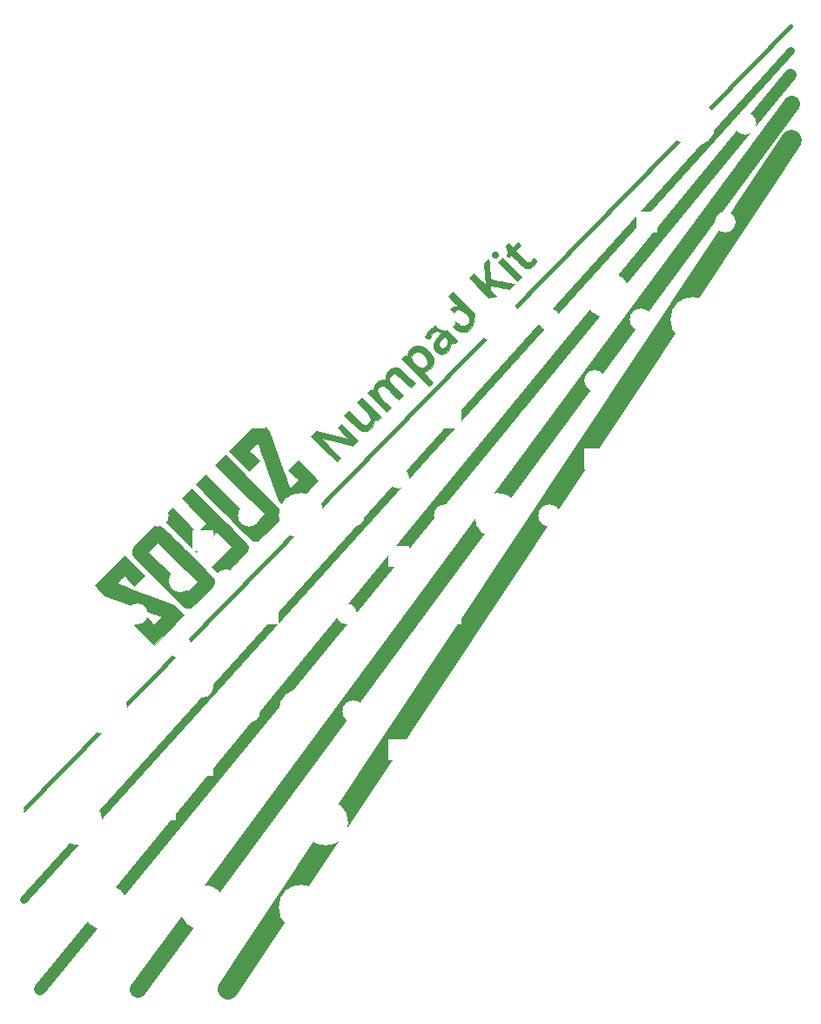
<source format=gto>
G04 #@! TF.GenerationSoftware,KiCad,Pcbnew,(5.0.0)*
G04 #@! TF.CreationDate,2019-01-13T17:47:14-08:00*
G04 #@! TF.ProjectId,Soyuz,536F79757A2E6B696361645F70636200,rev?*
G04 #@! TF.SameCoordinates,Original*
G04 #@! TF.FileFunction,Legend,Top*
G04 #@! TF.FilePolarity,Positive*
%FSLAX46Y46*%
G04 Gerber Fmt 4.6, Leading zero omitted, Abs format (unit mm)*
G04 Created by KiCad (PCBNEW (5.0.0)) date 01/13/19 17:47:14*
%MOMM*%
%LPD*%
G01*
G04 APERTURE LIST*
%ADD10C,2.000000*%
%ADD11C,1.600000*%
%ADD12C,1.200000*%
%ADD13C,0.800000*%
%ADD14C,0.400000*%
%ADD15C,0.010000*%
%ADD16O,2.000000X2.000000*%
%ADD17R,2.000000X2.000000*%
%ADD18C,2.000000*%
%ADD19C,4.387800*%
%ADD20C,2.150000*%
%ADD21C,3.448000*%
%ADD22C,2.200000*%
%ADD23C,1.187400*%
G04 APERTURE END LIST*
D10*
X51593750Y-123825000D02*
X106426000Y-41275000D01*
D11*
X106426000Y-37719000D02*
X42862500Y-123825000D01*
D12*
X33337500Y-123825000D02*
X106362500Y-34925000D01*
D13*
X31750000Y-115093750D02*
X106362500Y-32543750D01*
D14*
X31750000Y-106362500D02*
X106362500Y-30162500D01*
D15*
G04 #@! TO.C,G\002A\002A\002A*
G36*
X77525208Y-52101227D02*
X77679295Y-52126375D01*
X77798963Y-52207513D01*
X77883097Y-52350616D01*
X77878639Y-52500648D01*
X77793062Y-52631464D01*
X77655243Y-52710372D01*
X77509489Y-52711352D01*
X77372992Y-52637054D01*
X77277569Y-52511262D01*
X77252418Y-52409229D01*
X77285520Y-52252341D01*
X77385200Y-52146444D01*
X77525208Y-52101227D01*
X77525208Y-52101227D01*
G37*
X77525208Y-52101227D02*
X77679295Y-52126375D01*
X77798963Y-52207513D01*
X77883097Y-52350616D01*
X77878639Y-52500648D01*
X77793062Y-52631464D01*
X77655243Y-52710372D01*
X77509489Y-52711352D01*
X77372992Y-52637054D01*
X77277569Y-52511262D01*
X77252418Y-52409229D01*
X77285520Y-52252341D01*
X77385200Y-52146444D01*
X77525208Y-52101227D01*
G36*
X80144380Y-54552931D02*
X79713328Y-54983983D01*
X77845434Y-53116090D01*
X78276487Y-52685037D01*
X80144380Y-54552931D01*
X80144380Y-54552931D01*
G37*
X80144380Y-54552931D02*
X79713328Y-54983983D01*
X77845434Y-53116090D01*
X78276487Y-52685037D01*
X80144380Y-54552931D01*
G36*
X76083927Y-54786864D02*
X76659111Y-55342263D01*
X76573883Y-54296908D01*
X76488656Y-53251553D01*
X76722431Y-53017778D01*
X76847861Y-52895298D01*
X76919610Y-52838022D01*
X76954275Y-52837779D01*
X76968454Y-52886400D01*
X76969680Y-52896078D01*
X76977929Y-52982192D01*
X76992333Y-53150522D01*
X77011321Y-53381978D01*
X77033322Y-53657472D01*
X77051695Y-53892351D01*
X77080204Y-54211812D01*
X77111252Y-54475382D01*
X77142920Y-54670317D01*
X77173286Y-54783868D01*
X77189520Y-54807405D01*
X77258077Y-54825235D01*
X77411148Y-54857860D01*
X77633234Y-54902210D01*
X77908831Y-54955219D01*
X78222438Y-55013816D01*
X78358438Y-55038750D01*
X79458071Y-55239240D01*
X78967823Y-55729488D01*
X78056895Y-55563778D01*
X77765823Y-55512170D01*
X77510742Y-55469499D01*
X77307818Y-55438258D01*
X77173222Y-55420945D01*
X77123374Y-55419668D01*
X77102529Y-55480004D01*
X77082127Y-55597892D01*
X77080583Y-55610364D01*
X77074688Y-55681868D01*
X77083860Y-55743809D01*
X77119162Y-55811971D01*
X77191658Y-55902131D01*
X77312414Y-56030067D01*
X77492493Y-56211561D01*
X77524752Y-56243826D01*
X77989118Y-56708192D01*
X77558066Y-57139244D01*
X75079515Y-54660694D01*
X75508743Y-54231466D01*
X76083927Y-54786864D01*
X76083927Y-54786864D01*
G37*
X76083927Y-54786864D02*
X76659111Y-55342263D01*
X76573883Y-54296908D01*
X76488656Y-53251553D01*
X76722431Y-53017778D01*
X76847861Y-52895298D01*
X76919610Y-52838022D01*
X76954275Y-52837779D01*
X76968454Y-52886400D01*
X76969680Y-52896078D01*
X76977929Y-52982192D01*
X76992333Y-53150522D01*
X77011321Y-53381978D01*
X77033322Y-53657472D01*
X77051695Y-53892351D01*
X77080204Y-54211812D01*
X77111252Y-54475382D01*
X77142920Y-54670317D01*
X77173286Y-54783868D01*
X77189520Y-54807405D01*
X77258077Y-54825235D01*
X77411148Y-54857860D01*
X77633234Y-54902210D01*
X77908831Y-54955219D01*
X78222438Y-55013816D01*
X78358438Y-55038750D01*
X79458071Y-55239240D01*
X78967823Y-55729488D01*
X78056895Y-55563778D01*
X77765823Y-55512170D01*
X77510742Y-55469499D01*
X77307818Y-55438258D01*
X77173222Y-55420945D01*
X77123374Y-55419668D01*
X77102529Y-55480004D01*
X77082127Y-55597892D01*
X77080583Y-55610364D01*
X77074688Y-55681868D01*
X77083860Y-55743809D01*
X77119162Y-55811971D01*
X77191658Y-55902131D01*
X77312414Y-56030067D01*
X77492493Y-56211561D01*
X77524752Y-56243826D01*
X77989118Y-56708192D01*
X77558066Y-57139244D01*
X75079515Y-54660694D01*
X75508743Y-54231466D01*
X76083927Y-54786864D01*
G36*
X66368627Y-64603470D02*
X66630074Y-64524900D01*
X66757441Y-64519135D01*
X66939950Y-64526515D01*
X66946493Y-64313056D01*
X66997832Y-64039860D01*
X67123192Y-63794961D01*
X67305603Y-63591817D01*
X67528097Y-63443888D01*
X67773700Y-63364634D01*
X68025446Y-63367514D01*
X68110413Y-63389926D01*
X68192712Y-63422476D01*
X68277736Y-63469723D01*
X68377738Y-63541757D01*
X68504977Y-63648665D01*
X68671707Y-63800534D01*
X68890184Y-64007453D01*
X69066009Y-64176501D01*
X69806501Y-64890810D01*
X69372341Y-65324969D01*
X68664443Y-64639301D01*
X68391372Y-64376617D01*
X68178637Y-64180225D01*
X68014353Y-64044953D01*
X67886636Y-63965631D01*
X67783605Y-63937088D01*
X67693371Y-63954152D01*
X67604055Y-64011653D01*
X67503771Y-64104419D01*
X67482912Y-64125190D01*
X67363785Y-64260440D01*
X67310282Y-64373254D01*
X67302288Y-64467459D01*
X67314970Y-64587772D01*
X67351106Y-64703362D01*
X67420288Y-64827875D01*
X67532110Y-64974957D01*
X67696164Y-65158257D01*
X67922045Y-65391420D01*
X68023373Y-65493221D01*
X68613731Y-66083580D01*
X68182679Y-66514632D01*
X67502182Y-65834135D01*
X67264319Y-65596965D01*
X67085893Y-65422167D01*
X66954803Y-65299969D01*
X66858946Y-65220599D01*
X66786220Y-65174285D01*
X66724526Y-65151253D01*
X66661761Y-65141733D01*
X66642853Y-65140195D01*
X66499637Y-65149648D01*
X66380655Y-65217621D01*
X66317177Y-65277704D01*
X66199217Y-65414490D01*
X66129519Y-65543278D01*
X66112288Y-65675595D01*
X66151727Y-65822968D01*
X66252040Y-65996925D01*
X66417431Y-66208994D01*
X66652105Y-66470702D01*
X66815081Y-66642954D01*
X67421228Y-67276083D01*
X67033206Y-67664105D01*
X65165313Y-65796211D01*
X65325330Y-65636194D01*
X65428784Y-65540249D01*
X65500484Y-65511003D01*
X65577945Y-65540830D01*
X65629025Y-65574464D01*
X65772704Y-65672750D01*
X65772703Y-65498674D01*
X65818800Y-65222951D01*
X65945288Y-64970103D01*
X66134464Y-64757741D01*
X66368627Y-64603470D01*
X66368627Y-64603470D01*
G37*
X66368627Y-64603470D02*
X66630074Y-64524900D01*
X66757441Y-64519135D01*
X66939950Y-64526515D01*
X66946493Y-64313056D01*
X66997832Y-64039860D01*
X67123192Y-63794961D01*
X67305603Y-63591817D01*
X67528097Y-63443888D01*
X67773700Y-63364634D01*
X68025446Y-63367514D01*
X68110413Y-63389926D01*
X68192712Y-63422476D01*
X68277736Y-63469723D01*
X68377738Y-63541757D01*
X68504977Y-63648665D01*
X68671707Y-63800534D01*
X68890184Y-64007453D01*
X69066009Y-64176501D01*
X69806501Y-64890810D01*
X69372341Y-65324969D01*
X68664443Y-64639301D01*
X68391372Y-64376617D01*
X68178637Y-64180225D01*
X68014353Y-64044953D01*
X67886636Y-63965631D01*
X67783605Y-63937088D01*
X67693371Y-63954152D01*
X67604055Y-64011653D01*
X67503771Y-64104419D01*
X67482912Y-64125190D01*
X67363785Y-64260440D01*
X67310282Y-64373254D01*
X67302288Y-64467459D01*
X67314970Y-64587772D01*
X67351106Y-64703362D01*
X67420288Y-64827875D01*
X67532110Y-64974957D01*
X67696164Y-65158257D01*
X67922045Y-65391420D01*
X68023373Y-65493221D01*
X68613731Y-66083580D01*
X68182679Y-66514632D01*
X67502182Y-65834135D01*
X67264319Y-65596965D01*
X67085893Y-65422167D01*
X66954803Y-65299969D01*
X66858946Y-65220599D01*
X66786220Y-65174285D01*
X66724526Y-65151253D01*
X66661761Y-65141733D01*
X66642853Y-65140195D01*
X66499637Y-65149648D01*
X66380655Y-65217621D01*
X66317177Y-65277704D01*
X66199217Y-65414490D01*
X66129519Y-65543278D01*
X66112288Y-65675595D01*
X66151727Y-65822968D01*
X66252040Y-65996925D01*
X66417431Y-66208994D01*
X66652105Y-66470702D01*
X66815081Y-66642954D01*
X67421228Y-67276083D01*
X67033206Y-67664105D01*
X65165313Y-65796211D01*
X65325330Y-65636194D01*
X65428784Y-65540249D01*
X65500484Y-65511003D01*
X65577945Y-65540830D01*
X65629025Y-65574464D01*
X65772704Y-65672750D01*
X65772703Y-65498674D01*
X65818800Y-65222951D01*
X65945288Y-64970103D01*
X66134464Y-64757741D01*
X66368627Y-64603470D01*
G36*
X63288863Y-70277783D02*
X62341820Y-69311608D01*
X61394778Y-68345431D01*
X61752815Y-67987394D01*
X64234513Y-70469092D01*
X63968558Y-70713939D01*
X63702603Y-70958787D01*
X62181168Y-70596877D01*
X60659734Y-70234967D01*
X61600819Y-71195187D01*
X62541904Y-72155406D01*
X62183868Y-72513443D01*
X59705317Y-70034892D01*
X60197328Y-69542882D01*
X63288863Y-70277783D01*
X63288863Y-70277783D01*
G37*
X63288863Y-70277783D02*
X62341820Y-69311608D01*
X61394778Y-68345431D01*
X61752815Y-67987394D01*
X64234513Y-70469092D01*
X63968558Y-70713939D01*
X63702603Y-70958787D01*
X62181168Y-70596877D01*
X60659734Y-70234967D01*
X61600819Y-71195187D01*
X62541904Y-72155406D01*
X62183868Y-72513443D01*
X59705317Y-70034892D01*
X60197328Y-69542882D01*
X63288863Y-70277783D01*
G36*
X78714708Y-51399385D02*
X78851223Y-51284117D01*
X79285860Y-51675664D01*
X79785170Y-51176354D01*
X80108459Y-51499644D01*
X79609966Y-51998136D01*
X79746886Y-52183366D01*
X79841903Y-52296029D01*
X79989605Y-52452994D01*
X80167177Y-52630577D01*
X80296918Y-52754364D01*
X80479902Y-52923225D01*
X80607860Y-53033169D01*
X80698886Y-53095818D01*
X80771072Y-53122802D01*
X80842510Y-53125742D01*
X80870977Y-53123212D01*
X80981520Y-53098087D01*
X81075891Y-53034616D01*
X81187019Y-52909781D01*
X81200341Y-52893013D01*
X81368760Y-52679732D01*
X81509480Y-52842598D01*
X81585075Y-52946499D01*
X81608189Y-53040457D01*
X81572682Y-53144334D01*
X81472408Y-53277993D01*
X81326059Y-53435664D01*
X81134266Y-53599246D01*
X80947348Y-53681428D01*
X80947155Y-53681475D01*
X80810413Y-53708862D01*
X80691356Y-53712845D01*
X80575662Y-53685512D01*
X80449006Y-53618951D01*
X80297064Y-53505253D01*
X80105512Y-53336504D01*
X79860028Y-53104794D01*
X79801867Y-53048919D01*
X79168577Y-52439525D01*
X79045821Y-52562282D01*
X78955769Y-52638960D01*
X78890441Y-52640873D01*
X78824379Y-52586158D01*
X78764899Y-52494275D01*
X78764458Y-52374593D01*
X78788458Y-52280829D01*
X78816881Y-52140081D01*
X78801726Y-52007056D01*
X78736749Y-51840610D01*
X78714708Y-51794516D01*
X78641801Y-51638853D01*
X78614359Y-51543887D01*
X78632381Y-51479453D01*
X78695867Y-51415390D01*
X78714708Y-51399385D01*
X78714708Y-51399385D01*
G37*
X78714708Y-51399385D02*
X78851223Y-51284117D01*
X79285860Y-51675664D01*
X79785170Y-51176354D01*
X80108459Y-51499644D01*
X79609966Y-51998136D01*
X79746886Y-52183366D01*
X79841903Y-52296029D01*
X79989605Y-52452994D01*
X80167177Y-52630577D01*
X80296918Y-52754364D01*
X80479902Y-52923225D01*
X80607860Y-53033169D01*
X80698886Y-53095818D01*
X80771072Y-53122802D01*
X80842510Y-53125742D01*
X80870977Y-53123212D01*
X80981520Y-53098087D01*
X81075891Y-53034616D01*
X81187019Y-52909781D01*
X81200341Y-52893013D01*
X81368760Y-52679732D01*
X81509480Y-52842598D01*
X81585075Y-52946499D01*
X81608189Y-53040457D01*
X81572682Y-53144334D01*
X81472408Y-53277993D01*
X81326059Y-53435664D01*
X81134266Y-53599246D01*
X80947348Y-53681428D01*
X80947155Y-53681475D01*
X80810413Y-53708862D01*
X80691356Y-53712845D01*
X80575662Y-53685512D01*
X80449006Y-53618951D01*
X80297064Y-53505253D01*
X80105512Y-53336504D01*
X79860028Y-53104794D01*
X79801867Y-53048919D01*
X79168577Y-52439525D01*
X79045821Y-52562282D01*
X78955769Y-52638960D01*
X78890441Y-52640873D01*
X78824379Y-52586158D01*
X78764899Y-52494275D01*
X78764458Y-52374593D01*
X78788458Y-52280829D01*
X78816881Y-52140081D01*
X78801726Y-52007056D01*
X78736749Y-51840610D01*
X78714708Y-51794516D01*
X78641801Y-51638853D01*
X78614359Y-51543887D01*
X78632381Y-51479453D01*
X78695867Y-51415390D01*
X78714708Y-51399385D01*
G36*
X76085304Y-58612006D02*
X75910189Y-58787121D01*
X75801564Y-58889545D01*
X75729035Y-58927116D01*
X75659001Y-58908905D01*
X75598581Y-58871241D01*
X75462087Y-58780246D01*
X75457181Y-58937369D01*
X75400348Y-59220073D01*
X75259095Y-59482098D01*
X75050572Y-59700254D01*
X74791929Y-59851349D01*
X74777023Y-59857091D01*
X74512781Y-59922311D01*
X74257860Y-59910353D01*
X74000529Y-59816941D01*
X73729058Y-59637794D01*
X73435750Y-59372285D01*
X73848059Y-58959976D01*
X74039272Y-59134080D01*
X74231309Y-59265539D01*
X74399535Y-59332087D01*
X74408242Y-59333516D01*
X74661785Y-59331299D01*
X74865214Y-59241094D01*
X75021010Y-59061447D01*
X75081112Y-58939357D01*
X75113763Y-58730863D01*
X75054773Y-58503975D01*
X74909877Y-58269291D01*
X74684811Y-58037402D01*
X74524923Y-57912020D01*
X74276933Y-57771556D01*
X74055382Y-57727061D01*
X73853734Y-57778403D01*
X73695179Y-57895279D01*
X73546916Y-58084729D01*
X73495709Y-58281175D01*
X73538086Y-58502910D01*
X73566637Y-58572884D01*
X73682301Y-58765489D01*
X73848059Y-58959976D01*
X73435750Y-59372285D01*
X73431718Y-59368636D01*
X73428298Y-59365198D01*
X73257081Y-59188568D01*
X73142667Y-59055374D01*
X73067271Y-58940062D01*
X73013113Y-58817079D01*
X72981638Y-58723354D01*
X72935190Y-58535546D01*
X72911991Y-58358673D01*
X72912935Y-58275291D01*
X72995487Y-57989929D01*
X73160170Y-57740049D01*
X73388883Y-57544513D01*
X73663524Y-57422183D01*
X73750110Y-57402931D01*
X74005865Y-57358751D01*
X73516158Y-56892570D01*
X73026451Y-56426390D01*
X73463069Y-55989772D01*
X76085304Y-58612006D01*
X76085304Y-58612006D01*
G37*
X76085304Y-58612006D02*
X75910189Y-58787121D01*
X75801564Y-58889545D01*
X75729035Y-58927116D01*
X75659001Y-58908905D01*
X75598581Y-58871241D01*
X75462087Y-58780246D01*
X75457181Y-58937369D01*
X75400348Y-59220073D01*
X75259095Y-59482098D01*
X75050572Y-59700254D01*
X74791929Y-59851349D01*
X74777023Y-59857091D01*
X74512781Y-59922311D01*
X74257860Y-59910353D01*
X74000529Y-59816941D01*
X73729058Y-59637794D01*
X73435750Y-59372285D01*
X73848059Y-58959976D01*
X74039272Y-59134080D01*
X74231309Y-59265539D01*
X74399535Y-59332087D01*
X74408242Y-59333516D01*
X74661785Y-59331299D01*
X74865214Y-59241094D01*
X75021010Y-59061447D01*
X75081112Y-58939357D01*
X75113763Y-58730863D01*
X75054773Y-58503975D01*
X74909877Y-58269291D01*
X74684811Y-58037402D01*
X74524923Y-57912020D01*
X74276933Y-57771556D01*
X74055382Y-57727061D01*
X73853734Y-57778403D01*
X73695179Y-57895279D01*
X73546916Y-58084729D01*
X73495709Y-58281175D01*
X73538086Y-58502910D01*
X73566637Y-58572884D01*
X73682301Y-58765489D01*
X73848059Y-58959976D01*
X73435750Y-59372285D01*
X73431718Y-59368636D01*
X73428298Y-59365198D01*
X73257081Y-59188568D01*
X73142667Y-59055374D01*
X73067271Y-58940062D01*
X73013113Y-58817079D01*
X72981638Y-58723354D01*
X72935190Y-58535546D01*
X72911991Y-58358673D01*
X72912935Y-58275291D01*
X72995487Y-57989929D01*
X73160170Y-57740049D01*
X73388883Y-57544513D01*
X73663524Y-57422183D01*
X73750110Y-57402931D01*
X74005865Y-57358751D01*
X73516158Y-56892570D01*
X73026451Y-56426390D01*
X73463069Y-55989772D01*
X76085304Y-58612006D01*
G36*
X71601102Y-59360182D02*
X71779951Y-59259167D01*
X71824907Y-59244380D01*
X71961494Y-59212201D01*
X72077811Y-59198558D01*
X72186478Y-59210680D01*
X72300114Y-59255798D01*
X72431340Y-59341142D01*
X72592778Y-59473940D01*
X72797046Y-59661424D01*
X73056765Y-59910825D01*
X73155447Y-60006639D01*
X73938362Y-60767600D01*
X73775560Y-60908115D01*
X73662357Y-60993864D01*
X73574775Y-61013970D01*
X73468917Y-60976890D01*
X73454764Y-60969928D01*
X73296770Y-60891224D01*
X73301367Y-61105819D01*
X73260516Y-61350023D01*
X73140902Y-61593594D01*
X72962081Y-61810292D01*
X72743607Y-61973877D01*
X72610605Y-62032713D01*
X72345322Y-62070386D01*
X72089818Y-62010750D01*
X71860265Y-61857891D01*
X71839527Y-61837802D01*
X71796182Y-61783800D01*
X72228507Y-61351475D01*
X72375554Y-61476409D01*
X72525665Y-61501545D01*
X72685186Y-61426876D01*
X72771614Y-61350960D01*
X72882412Y-61213423D01*
X72960288Y-61069058D01*
X72971361Y-61035081D01*
X72993693Y-60852037D01*
X72951323Y-60682140D01*
X72835178Y-60491933D01*
X72817757Y-60468660D01*
X72675319Y-60280974D01*
X72416063Y-60567806D01*
X72234441Y-60794642D01*
X72138553Y-60984572D01*
X72125394Y-61150163D01*
X72191954Y-61303978D01*
X72228507Y-61351475D01*
X71796182Y-61783800D01*
X71672208Y-61629342D01*
X71587468Y-61414560D01*
X71586677Y-61184891D01*
X71671201Y-60931771D01*
X71842406Y-60646638D01*
X72077255Y-60349139D01*
X72219496Y-60179280D01*
X72301514Y-60067182D01*
X72332722Y-59996620D01*
X72322527Y-59951368D01*
X72313802Y-59941290D01*
X72186260Y-59849375D01*
X72030207Y-59782157D01*
X71889407Y-59756346D01*
X71844447Y-59762138D01*
X71696568Y-59848405D01*
X71541265Y-60008119D01*
X71399631Y-60217211D01*
X71336422Y-60341817D01*
X71271431Y-60481558D01*
X71224594Y-60573132D01*
X71209248Y-60594715D01*
X71159336Y-60575586D01*
X71047946Y-60533589D01*
X71000195Y-60515667D01*
X70874273Y-60466570D01*
X70797490Y-60433056D01*
X70788621Y-60427686D01*
X70801213Y-60378537D01*
X70848218Y-60266213D01*
X70897952Y-60159846D01*
X71028138Y-59943812D01*
X71203312Y-59724115D01*
X71401594Y-59522368D01*
X71601102Y-59360182D01*
X71601102Y-59360182D01*
G37*
X71601102Y-59360182D02*
X71779951Y-59259167D01*
X71824907Y-59244380D01*
X71961494Y-59212201D01*
X72077811Y-59198558D01*
X72186478Y-59210680D01*
X72300114Y-59255798D01*
X72431340Y-59341142D01*
X72592778Y-59473940D01*
X72797046Y-59661424D01*
X73056765Y-59910825D01*
X73155447Y-60006639D01*
X73938362Y-60767600D01*
X73775560Y-60908115D01*
X73662357Y-60993864D01*
X73574775Y-61013970D01*
X73468917Y-60976890D01*
X73454764Y-60969928D01*
X73296770Y-60891224D01*
X73301367Y-61105819D01*
X73260516Y-61350023D01*
X73140902Y-61593594D01*
X72962081Y-61810292D01*
X72743607Y-61973877D01*
X72610605Y-62032713D01*
X72345322Y-62070386D01*
X72089818Y-62010750D01*
X71860265Y-61857891D01*
X71839527Y-61837802D01*
X71796182Y-61783800D01*
X72228507Y-61351475D01*
X72375554Y-61476409D01*
X72525665Y-61501545D01*
X72685186Y-61426876D01*
X72771614Y-61350960D01*
X72882412Y-61213423D01*
X72960288Y-61069058D01*
X72971361Y-61035081D01*
X72993693Y-60852037D01*
X72951323Y-60682140D01*
X72835178Y-60491933D01*
X72817757Y-60468660D01*
X72675319Y-60280974D01*
X72416063Y-60567806D01*
X72234441Y-60794642D01*
X72138553Y-60984572D01*
X72125394Y-61150163D01*
X72191954Y-61303978D01*
X72228507Y-61351475D01*
X71796182Y-61783800D01*
X71672208Y-61629342D01*
X71587468Y-61414560D01*
X71586677Y-61184891D01*
X71671201Y-60931771D01*
X71842406Y-60646638D01*
X72077255Y-60349139D01*
X72219496Y-60179280D01*
X72301514Y-60067182D01*
X72332722Y-59996620D01*
X72322527Y-59951368D01*
X72313802Y-59941290D01*
X72186260Y-59849375D01*
X72030207Y-59782157D01*
X71889407Y-59756346D01*
X71844447Y-59762138D01*
X71696568Y-59848405D01*
X71541265Y-60008119D01*
X71399631Y-60217211D01*
X71336422Y-60341817D01*
X71271431Y-60481558D01*
X71224594Y-60573132D01*
X71209248Y-60594715D01*
X71159336Y-60575586D01*
X71047946Y-60533589D01*
X71000195Y-60515667D01*
X70874273Y-60466570D01*
X70797490Y-60433056D01*
X70788621Y-60427686D01*
X70801213Y-60378537D01*
X70848218Y-60266213D01*
X70897952Y-60159846D01*
X71028138Y-59943812D01*
X71203312Y-59724115D01*
X71401594Y-59522368D01*
X71601102Y-59360182D01*
G36*
X64075653Y-68284963D02*
X64321121Y-68522058D01*
X64505757Y-68697403D01*
X64641361Y-68820291D01*
X64739733Y-68900013D01*
X64812676Y-68945862D01*
X64871989Y-68967130D01*
X64929476Y-68973109D01*
X64949871Y-68973311D01*
X65119564Y-68927970D01*
X65283865Y-68809666D01*
X65415840Y-68644728D01*
X65488557Y-68459484D01*
X65491051Y-68444284D01*
X65494136Y-68319590D01*
X65461416Y-68190541D01*
X65384980Y-68045155D01*
X65256923Y-67871458D01*
X65069337Y-67657471D01*
X64814313Y-67391217D01*
X64758440Y-67334596D01*
X64195445Y-66766079D01*
X64626497Y-66335027D01*
X66494391Y-68202920D01*
X66319276Y-68378035D01*
X66210651Y-68480459D01*
X66138122Y-68518029D01*
X66068087Y-68499819D01*
X66007667Y-68462154D01*
X65871174Y-68371159D01*
X65866268Y-68528282D01*
X65811053Y-68797020D01*
X65674187Y-69059094D01*
X65474102Y-69290372D01*
X65229233Y-69466726D01*
X65106469Y-69522821D01*
X64887394Y-69569092D01*
X64659855Y-69534182D01*
X64650530Y-69531325D01*
X64564586Y-69501386D01*
X64483203Y-69462278D01*
X64393764Y-69403853D01*
X64283656Y-69315959D01*
X64140260Y-69188446D01*
X63950961Y-69011164D01*
X63703144Y-68773962D01*
X63672167Y-68744159D01*
X62930833Y-68030691D01*
X63364992Y-67596532D01*
X64075653Y-68284963D01*
X64075653Y-68284963D01*
G37*
X64075653Y-68284963D02*
X64321121Y-68522058D01*
X64505757Y-68697403D01*
X64641361Y-68820291D01*
X64739733Y-68900013D01*
X64812676Y-68945862D01*
X64871989Y-68967130D01*
X64929476Y-68973109D01*
X64949871Y-68973311D01*
X65119564Y-68927970D01*
X65283865Y-68809666D01*
X65415840Y-68644728D01*
X65488557Y-68459484D01*
X65491051Y-68444284D01*
X65494136Y-68319590D01*
X65461416Y-68190541D01*
X65384980Y-68045155D01*
X65256923Y-67871458D01*
X65069337Y-67657471D01*
X64814313Y-67391217D01*
X64758440Y-67334596D01*
X64195445Y-66766079D01*
X64626497Y-66335027D01*
X66494391Y-68202920D01*
X66319276Y-68378035D01*
X66210651Y-68480459D01*
X66138122Y-68518029D01*
X66068087Y-68499819D01*
X66007667Y-68462154D01*
X65871174Y-68371159D01*
X65866268Y-68528282D01*
X65811053Y-68797020D01*
X65674187Y-69059094D01*
X65474102Y-69290372D01*
X65229233Y-69466726D01*
X65106469Y-69522821D01*
X64887394Y-69569092D01*
X64659855Y-69534182D01*
X64650530Y-69531325D01*
X64564586Y-69501386D01*
X64483203Y-69462278D01*
X64393764Y-69403853D01*
X64283656Y-69315959D01*
X64140260Y-69188446D01*
X63950961Y-69011164D01*
X63703144Y-68773962D01*
X63672167Y-68744159D01*
X62930833Y-68030691D01*
X63364992Y-67596532D01*
X64075653Y-68284963D01*
G36*
X55599891Y-69521569D02*
X56544047Y-72161983D01*
X56722613Y-72661029D01*
X56892536Y-73135286D01*
X57050445Y-73575390D01*
X57192970Y-73971976D01*
X57316740Y-74315681D01*
X57418385Y-74597139D01*
X57494534Y-74806987D01*
X57541816Y-74935859D01*
X57554569Y-74969520D01*
X57620933Y-75136642D01*
X58448081Y-74309494D01*
X57514134Y-73375547D01*
X58485175Y-72404507D01*
X59436495Y-73374961D01*
X60387816Y-74345415D01*
X57514949Y-77255833D01*
X56544012Y-76284895D01*
X55538478Y-73483311D01*
X55355791Y-72974852D01*
X55183190Y-72495501D01*
X55023737Y-72053695D01*
X54880497Y-71657873D01*
X54756532Y-71316474D01*
X54654906Y-71037937D01*
X54578682Y-70830700D01*
X54530925Y-70703200D01*
X54514856Y-70663637D01*
X54474178Y-70690072D01*
X54377163Y-70775485D01*
X54238609Y-70906316D01*
X54083677Y-71058641D01*
X53670585Y-71471733D01*
X54640453Y-72441601D01*
X53670585Y-73411469D01*
X51730850Y-71471733D01*
X54640453Y-68562130D01*
X55599891Y-69521569D01*
X55599891Y-69521569D01*
G37*
X55599891Y-69521569D02*
X56544047Y-72161983D01*
X56722613Y-72661029D01*
X56892536Y-73135286D01*
X57050445Y-73575390D01*
X57192970Y-73971976D01*
X57316740Y-74315681D01*
X57418385Y-74597139D01*
X57494534Y-74806987D01*
X57541816Y-74935859D01*
X57554569Y-74969520D01*
X57620933Y-75136642D01*
X58448081Y-74309494D01*
X57514134Y-73375547D01*
X58485175Y-72404507D01*
X59436495Y-73374961D01*
X60387816Y-74345415D01*
X57514949Y-77255833D01*
X56544012Y-76284895D01*
X55538478Y-73483311D01*
X55355791Y-72974852D01*
X55183190Y-72495501D01*
X55023737Y-72053695D01*
X54880497Y-71657873D01*
X54756532Y-71316474D01*
X54654906Y-71037937D01*
X54578682Y-70830700D01*
X54530925Y-70703200D01*
X54514856Y-70663637D01*
X54474178Y-70690072D01*
X54377163Y-70775485D01*
X54238609Y-70906316D01*
X54083677Y-71058641D01*
X53670585Y-71471733D01*
X54640453Y-72441601D01*
X53670585Y-73411469D01*
X51730850Y-71471733D01*
X54640453Y-68562130D01*
X55599891Y-69521569D01*
G36*
X54245321Y-78584096D02*
X55215189Y-77614228D01*
X50401772Y-72800811D01*
X51335718Y-71866864D01*
X54078832Y-74609978D01*
X54587463Y-75118665D01*
X55029023Y-75560563D01*
X55408297Y-75940715D01*
X55730065Y-76264164D01*
X55999112Y-76535953D01*
X56220218Y-76761124D01*
X56398170Y-76944720D01*
X56537748Y-77091782D01*
X56643736Y-77207355D01*
X56720916Y-77296479D01*
X56774072Y-77364199D01*
X56807985Y-77415555D01*
X56827440Y-77455593D01*
X56837220Y-77489352D01*
X56842105Y-77521877D01*
X56842297Y-77523471D01*
X56851832Y-77623850D01*
X56849801Y-77713761D01*
X56829215Y-77802607D01*
X56783086Y-77899787D01*
X56704424Y-78014703D01*
X56586240Y-78156755D01*
X56421546Y-78335346D01*
X56203353Y-78559876D01*
X55924672Y-78839746D01*
X55690090Y-79073391D01*
X55416509Y-79344256D01*
X55163721Y-79592118D01*
X54941326Y-79807753D01*
X54758923Y-79981939D01*
X54626112Y-80105455D01*
X54552489Y-80169079D01*
X54543242Y-80175173D01*
X54392014Y-80210722D01*
X54197324Y-80213128D01*
X54011868Y-80182038D01*
X54001224Y-80178798D01*
X53963092Y-80160031D01*
X53906029Y-80119782D01*
X53825334Y-80053524D01*
X53716311Y-79956722D01*
X53574259Y-79824844D01*
X53394481Y-79653360D01*
X53172277Y-79437737D01*
X52902948Y-79173442D01*
X52581796Y-78855945D01*
X52204122Y-78480712D01*
X51765228Y-78043212D01*
X51260414Y-77538913D01*
X51157896Y-77436407D01*
X48462036Y-74740546D01*
X49431904Y-73770679D01*
X54245321Y-78584096D01*
X54245321Y-78584096D01*
G37*
X54245321Y-78584096D02*
X55215189Y-77614228D01*
X50401772Y-72800811D01*
X51335718Y-71866864D01*
X54078832Y-74609978D01*
X54587463Y-75118665D01*
X55029023Y-75560563D01*
X55408297Y-75940715D01*
X55730065Y-76264164D01*
X55999112Y-76535953D01*
X56220218Y-76761124D01*
X56398170Y-76944720D01*
X56537748Y-77091782D01*
X56643736Y-77207355D01*
X56720916Y-77296479D01*
X56774072Y-77364199D01*
X56807985Y-77415555D01*
X56827440Y-77455593D01*
X56837220Y-77489352D01*
X56842105Y-77521877D01*
X56842297Y-77523471D01*
X56851832Y-77623850D01*
X56849801Y-77713761D01*
X56829215Y-77802607D01*
X56783086Y-77899787D01*
X56704424Y-78014703D01*
X56586240Y-78156755D01*
X56421546Y-78335346D01*
X56203353Y-78559876D01*
X55924672Y-78839746D01*
X55690090Y-79073391D01*
X55416509Y-79344256D01*
X55163721Y-79592118D01*
X54941326Y-79807753D01*
X54758923Y-79981939D01*
X54626112Y-80105455D01*
X54552489Y-80169079D01*
X54543242Y-80175173D01*
X54392014Y-80210722D01*
X54197324Y-80213128D01*
X54011868Y-80182038D01*
X54001224Y-80178798D01*
X53963092Y-80160031D01*
X53906029Y-80119782D01*
X53825334Y-80053524D01*
X53716311Y-79956722D01*
X53574259Y-79824844D01*
X53394481Y-79653360D01*
X53172277Y-79437737D01*
X52902948Y-79173442D01*
X52581796Y-78855945D01*
X52204122Y-78480712D01*
X51765228Y-78043212D01*
X51260414Y-77538913D01*
X51157896Y-77436407D01*
X48462036Y-74740546D01*
X49431904Y-73770679D01*
X54245321Y-78584096D01*
G36*
X50797568Y-77811129D02*
X51316414Y-78333531D01*
X51768366Y-78788778D01*
X52157821Y-79182108D01*
X52489173Y-79518757D01*
X52766820Y-79803961D01*
X52995154Y-80042956D01*
X53178573Y-80240982D01*
X53321472Y-80403271D01*
X53428247Y-80535063D01*
X53503293Y-80641592D01*
X53551005Y-80728097D01*
X53575780Y-80799814D01*
X53582013Y-80861978D01*
X53574099Y-80919826D01*
X53556435Y-80978596D01*
X53533416Y-81043524D01*
X53526901Y-81062647D01*
X53503317Y-81125311D01*
X53470703Y-81189490D01*
X53421523Y-81263697D01*
X53348240Y-81356450D01*
X53243314Y-81476263D01*
X53099208Y-81631652D01*
X52908385Y-81831132D01*
X52663308Y-82083219D01*
X52356437Y-82396428D01*
X52253479Y-82501263D01*
X51051900Y-83724353D01*
X50042561Y-82715014D01*
X51946376Y-80811200D01*
X50509535Y-79374359D01*
X48533878Y-81350015D01*
X45193223Y-78009360D01*
X46199012Y-77003571D01*
X48605720Y-79410280D01*
X49539667Y-78476333D01*
X47132958Y-76069624D01*
X47618557Y-75584026D01*
X48104155Y-75098427D01*
X50797568Y-77811129D01*
X50797568Y-77811129D01*
G37*
X50797568Y-77811129D02*
X51316414Y-78333531D01*
X51768366Y-78788778D01*
X52157821Y-79182108D01*
X52489173Y-79518757D01*
X52766820Y-79803961D01*
X52995154Y-80042956D01*
X53178573Y-80240982D01*
X53321472Y-80403271D01*
X53428247Y-80535063D01*
X53503293Y-80641592D01*
X53551005Y-80728097D01*
X53575780Y-80799814D01*
X53582013Y-80861978D01*
X53574099Y-80919826D01*
X53556435Y-80978596D01*
X53533416Y-81043524D01*
X53526901Y-81062647D01*
X53503317Y-81125311D01*
X53470703Y-81189490D01*
X53421523Y-81263697D01*
X53348240Y-81356450D01*
X53243314Y-81476263D01*
X53099208Y-81631652D01*
X52908385Y-81831132D01*
X52663308Y-82083219D01*
X52356437Y-82396428D01*
X52253479Y-82501263D01*
X51051900Y-83724353D01*
X50042561Y-82715014D01*
X51946376Y-80811200D01*
X50509535Y-79374359D01*
X48533878Y-81350015D01*
X45193223Y-78009360D01*
X46199012Y-77003571D01*
X48605720Y-79410280D01*
X49539667Y-78476333D01*
X47132958Y-76069624D01*
X47618557Y-75584026D01*
X48104155Y-75098427D01*
X50797568Y-77811129D01*
G36*
X43469014Y-83613039D02*
X42499146Y-84582907D01*
X41529279Y-83613039D01*
X41170068Y-83972250D01*
X41021549Y-84125304D01*
X40908045Y-84251037D01*
X40843729Y-84333211D01*
X40835260Y-84355862D01*
X40885912Y-84377824D01*
X41023180Y-84432474D01*
X41238648Y-84516576D01*
X41523895Y-84626892D01*
X41870504Y-84760181D01*
X42270056Y-84913207D01*
X42714132Y-85082731D01*
X43194315Y-85265515D01*
X43637335Y-85433728D01*
X46415007Y-86487191D01*
X47348485Y-87420668D01*
X44438882Y-90330271D01*
X42499146Y-88390536D01*
X43469014Y-87420668D01*
X44438882Y-88390536D01*
X45226591Y-87602827D01*
X45007605Y-87516484D01*
X44918948Y-87482625D01*
X44744687Y-87417069D01*
X44494488Y-87323419D01*
X44178016Y-87205280D01*
X43804940Y-87066254D01*
X43384923Y-86909946D01*
X42927633Y-86739958D01*
X42442735Y-86559894D01*
X42205353Y-86471810D01*
X39622089Y-85513478D01*
X38655597Y-84546986D01*
X41529279Y-81673304D01*
X43469014Y-83613039D01*
X43469014Y-83613039D01*
G37*
X43469014Y-83613039D02*
X42499146Y-84582907D01*
X41529279Y-83613039D01*
X41170068Y-83972250D01*
X41021549Y-84125304D01*
X40908045Y-84251037D01*
X40843729Y-84333211D01*
X40835260Y-84355862D01*
X40885912Y-84377824D01*
X41023180Y-84432474D01*
X41238648Y-84516576D01*
X41523895Y-84626892D01*
X41870504Y-84760181D01*
X42270056Y-84913207D01*
X42714132Y-85082731D01*
X43194315Y-85265515D01*
X43637335Y-85433728D01*
X46415007Y-86487191D01*
X47348485Y-87420668D01*
X44438882Y-90330271D01*
X42499146Y-88390536D01*
X43469014Y-87420668D01*
X44438882Y-88390536D01*
X45226591Y-87602827D01*
X45007605Y-87516484D01*
X44918948Y-87482625D01*
X44744687Y-87417069D01*
X44494488Y-87323419D01*
X44178016Y-87205280D01*
X43804940Y-87066254D01*
X43384923Y-86909946D01*
X42927633Y-86739958D01*
X42442735Y-86559894D01*
X42205353Y-86471810D01*
X39622089Y-85513478D01*
X38655597Y-84546986D01*
X41529279Y-81673304D01*
X43469014Y-83613039D01*
G36*
X43313101Y-79898567D02*
X43514279Y-79701225D01*
X44444649Y-78793854D01*
X44677147Y-78762636D01*
X44756177Y-78750923D01*
X44825704Y-78741922D01*
X44891320Y-78740345D01*
X44958613Y-78750900D01*
X45033174Y-78778298D01*
X45120595Y-78827247D01*
X45226465Y-78902459D01*
X45356374Y-79008642D01*
X45515913Y-79150506D01*
X45710672Y-79332762D01*
X45946242Y-79560118D01*
X46228213Y-79837285D01*
X46562175Y-80168973D01*
X46953720Y-80559891D01*
X47408436Y-81014749D01*
X47718559Y-81324958D01*
X50211542Y-83817941D01*
X50252484Y-84021109D01*
X50260864Y-84196369D01*
X50233356Y-84395806D01*
X50214265Y-84465085D01*
X50182559Y-84546930D01*
X50137041Y-84632045D01*
X50070488Y-84728076D01*
X49975674Y-84842673D01*
X49845378Y-84983485D01*
X49672377Y-85158160D01*
X49449447Y-85374344D01*
X49169364Y-85639687D01*
X48824905Y-85961837D01*
X48625519Y-86147310D01*
X48385302Y-86367598D01*
X48201017Y-86525730D01*
X48055988Y-86630621D01*
X47933540Y-86691185D01*
X47816997Y-86716336D01*
X47689683Y-86714988D01*
X47585768Y-86703125D01*
X47354123Y-86671965D01*
X44915708Y-84255404D01*
X44350438Y-83694077D01*
X43857793Y-83202465D01*
X43437120Y-82779903D01*
X43087770Y-82425725D01*
X42904736Y-82237582D01*
X43864145Y-81278173D01*
X47707695Y-85121722D01*
X48641641Y-84187776D01*
X44798092Y-80344226D01*
X43864145Y-81278173D01*
X42904736Y-82237582D01*
X42809092Y-82139268D01*
X42600434Y-81919865D01*
X42461145Y-81766852D01*
X42390575Y-81679564D01*
X42384661Y-81669955D01*
X42314529Y-81450301D01*
X42309098Y-81196510D01*
X42365222Y-80950075D01*
X42451549Y-80787157D01*
X42524078Y-80702799D01*
X42658143Y-80559862D01*
X42842098Y-80370246D01*
X43064299Y-80145847D01*
X43313101Y-79898567D01*
X43313101Y-79898567D01*
G37*
X43313101Y-79898567D02*
X43514279Y-79701225D01*
X44444649Y-78793854D01*
X44677147Y-78762636D01*
X44756177Y-78750923D01*
X44825704Y-78741922D01*
X44891320Y-78740345D01*
X44958613Y-78750900D01*
X45033174Y-78778298D01*
X45120595Y-78827247D01*
X45226465Y-78902459D01*
X45356374Y-79008642D01*
X45515913Y-79150506D01*
X45710672Y-79332762D01*
X45946242Y-79560118D01*
X46228213Y-79837285D01*
X46562175Y-80168973D01*
X46953720Y-80559891D01*
X47408436Y-81014749D01*
X47718559Y-81324958D01*
X50211542Y-83817941D01*
X50252484Y-84021109D01*
X50260864Y-84196369D01*
X50233356Y-84395806D01*
X50214265Y-84465085D01*
X50182559Y-84546930D01*
X50137041Y-84632045D01*
X50070488Y-84728076D01*
X49975674Y-84842673D01*
X49845378Y-84983485D01*
X49672377Y-85158160D01*
X49449447Y-85374344D01*
X49169364Y-85639687D01*
X48824905Y-85961837D01*
X48625519Y-86147310D01*
X48385302Y-86367598D01*
X48201017Y-86525730D01*
X48055988Y-86630621D01*
X47933540Y-86691185D01*
X47816997Y-86716336D01*
X47689683Y-86714988D01*
X47585768Y-86703125D01*
X47354123Y-86671965D01*
X44915708Y-84255404D01*
X44350438Y-83694077D01*
X43857793Y-83202465D01*
X43437120Y-82779903D01*
X43087770Y-82425725D01*
X42904736Y-82237582D01*
X43864145Y-81278173D01*
X47707695Y-85121722D01*
X48641641Y-84187776D01*
X44798092Y-80344226D01*
X43864145Y-81278173D01*
X42904736Y-82237582D01*
X42809092Y-82139268D01*
X42600434Y-81919865D01*
X42461145Y-81766852D01*
X42390575Y-81679564D01*
X42384661Y-81669955D01*
X42314529Y-81450301D01*
X42309098Y-81196510D01*
X42365222Y-80950075D01*
X42451549Y-80787157D01*
X42524078Y-80702799D01*
X42658143Y-80559862D01*
X42842098Y-80370246D01*
X43064299Y-80145847D01*
X43313101Y-79898567D01*
G36*
X69629341Y-61328407D02*
X69906604Y-61238410D01*
X70202764Y-61239264D01*
X70508616Y-61329143D01*
X70814958Y-61506221D01*
X71112583Y-61768669D01*
X71207247Y-61873617D01*
X71439693Y-62196305D01*
X71572709Y-62505562D01*
X71607131Y-62804361D01*
X71547841Y-63085075D01*
X71404912Y-63340268D01*
X71195973Y-63550699D01*
X70945029Y-63698266D01*
X70676084Y-63764867D01*
X70644122Y-63766547D01*
X70591237Y-63769998D01*
X70565996Y-63783618D01*
X70576601Y-63818162D01*
X70631256Y-63884385D01*
X70738162Y-63993044D01*
X70905521Y-64154894D01*
X71034148Y-64277977D01*
X71564555Y-64785123D01*
X71164124Y-65185554D01*
X69486067Y-63507498D01*
X69892521Y-63101044D01*
X70114486Y-63277200D01*
X70299839Y-63375964D01*
X70468715Y-63404222D01*
X70641249Y-63368857D01*
X70657828Y-63362719D01*
X70852139Y-63237012D01*
X70982978Y-63042796D01*
X71025640Y-62891809D01*
X71013700Y-62698379D01*
X70917377Y-62486594D01*
X70732412Y-62248179D01*
X70649067Y-62160082D01*
X70395458Y-61941429D01*
X70160847Y-61821776D01*
X69943022Y-61800758D01*
X69739773Y-61878014D01*
X69606472Y-61988842D01*
X69469662Y-62184298D01*
X69429930Y-62391528D01*
X69487866Y-62612827D01*
X69644060Y-62850491D01*
X69892521Y-63101044D01*
X69486067Y-63507498D01*
X68470047Y-62491477D01*
X68630064Y-62331460D01*
X68733226Y-62235490D01*
X68805065Y-62206365D01*
X68884165Y-62237211D01*
X68942577Y-62275761D01*
X69095073Y-62380079D01*
X69099072Y-62159594D01*
X69138667Y-61885123D01*
X69255801Y-61653786D01*
X69380180Y-61511079D01*
X69629341Y-61328407D01*
X69629341Y-61328407D01*
G37*
X69629341Y-61328407D02*
X69906604Y-61238410D01*
X70202764Y-61239264D01*
X70508616Y-61329143D01*
X70814958Y-61506221D01*
X71112583Y-61768669D01*
X71207247Y-61873617D01*
X71439693Y-62196305D01*
X71572709Y-62505562D01*
X71607131Y-62804361D01*
X71547841Y-63085075D01*
X71404912Y-63340268D01*
X71195973Y-63550699D01*
X70945029Y-63698266D01*
X70676084Y-63764867D01*
X70644122Y-63766547D01*
X70591237Y-63769998D01*
X70565996Y-63783618D01*
X70576601Y-63818162D01*
X70631256Y-63884385D01*
X70738162Y-63993044D01*
X70905521Y-64154894D01*
X71034148Y-64277977D01*
X71564555Y-64785123D01*
X71164124Y-65185554D01*
X69486067Y-63507498D01*
X69892521Y-63101044D01*
X70114486Y-63277200D01*
X70299839Y-63375964D01*
X70468715Y-63404222D01*
X70641249Y-63368857D01*
X70657828Y-63362719D01*
X70852139Y-63237012D01*
X70982978Y-63042796D01*
X71025640Y-62891809D01*
X71013700Y-62698379D01*
X70917377Y-62486594D01*
X70732412Y-62248179D01*
X70649067Y-62160082D01*
X70395458Y-61941429D01*
X70160847Y-61821776D01*
X69943022Y-61800758D01*
X69739773Y-61878014D01*
X69606472Y-61988842D01*
X69469662Y-62184298D01*
X69429930Y-62391528D01*
X69487866Y-62612827D01*
X69644060Y-62850491D01*
X69892521Y-63101044D01*
X69486067Y-63507498D01*
X68470047Y-62491477D01*
X68630064Y-62331460D01*
X68733226Y-62235490D01*
X68805065Y-62206365D01*
X68884165Y-62237211D01*
X68942577Y-62275761D01*
X69095073Y-62380079D01*
X69099072Y-62159594D01*
X69138667Y-61885123D01*
X69255801Y-61653786D01*
X69380180Y-61511079D01*
X69629341Y-61328407D01*
G04 #@! TD*
%LPC*%
D16*
G04 #@! TO.C,D1*
X42862500Y-49212500D03*
D17*
X35242500Y-49212500D03*
G04 #@! TD*
D16*
G04 #@! TO.C,D2*
X61912500Y-68262500D03*
D17*
X54292500Y-68262500D03*
G04 #@! TD*
D16*
G04 #@! TO.C,D3*
X87312500Y-36036250D03*
D17*
X87312500Y-43656250D03*
G04 #@! TD*
G04 #@! TO.C,D4*
X92392500Y-49212500D03*
D16*
X100012500Y-49212500D03*
G04 #@! TD*
G04 #@! TO.C,D5*
X42862500Y-68262500D03*
D17*
X35242500Y-68262500D03*
G04 #@! TD*
G04 #@! TO.C,D6*
X73342500Y-68262500D03*
D16*
X80962500Y-68262500D03*
G04 #@! TD*
G04 #@! TO.C,D7*
X80962500Y-49212500D03*
D17*
X73342500Y-49212500D03*
G04 #@! TD*
G04 #@! TO.C,D8*
X87312500Y-72231250D03*
D16*
X87312500Y-64611250D03*
G04 #@! TD*
G04 #@! TO.C,D9*
X49212500Y-72548750D03*
D17*
X49212500Y-80168750D03*
G04 #@! TD*
G04 #@! TO.C,D10*
X68262500Y-81756250D03*
D16*
X68262500Y-74136250D03*
G04 #@! TD*
G04 #@! TO.C,D11*
X63182500Y-87312500D03*
D17*
X55562500Y-87312500D03*
G04 #@! TD*
G04 #@! TO.C,D12*
X92392500Y-87312500D03*
D16*
X100012500Y-87312500D03*
G04 #@! TD*
G04 #@! TO.C,D13*
X42862500Y-87312500D03*
D17*
X35242500Y-87312500D03*
G04 #@! TD*
D16*
G04 #@! TO.C,D14*
X49212500Y-94456250D03*
D17*
X49212500Y-102076250D03*
G04 #@! TD*
D16*
G04 #@! TO.C,D15*
X68262500Y-92868750D03*
D17*
X68262500Y-100488750D03*
G04 #@! TD*
G04 #@! TO.C,D16*
X73342500Y-87312500D03*
D16*
X80962500Y-87312500D03*
G04 #@! TD*
G04 #@! TO.C,D17*
X53181250Y-106362500D03*
D17*
X45561250Y-106362500D03*
G04 #@! TD*
G04 #@! TO.C,D18*
X68262500Y-119856250D03*
D16*
X68262500Y-112236250D03*
G04 #@! TD*
D17*
G04 #@! TO.C,D19*
X73342500Y-106362500D03*
D16*
X80962500Y-106362500D03*
G04 #@! TD*
D17*
G04 #@! TO.C,D20*
X87312500Y-110331250D03*
D16*
X87312500Y-102711250D03*
G04 #@! TD*
D17*
G04 #@! TO.C,U1*
X66357500Y-33655000D03*
D18*
X66357500Y-36195000D03*
X66357500Y-38735000D03*
X66357500Y-41275000D03*
X66357500Y-43815000D03*
X66357500Y-46355000D03*
X66357500Y-48895000D03*
X66357500Y-51435000D03*
X66357500Y-53975000D03*
X66357500Y-56515000D03*
X66357500Y-59055000D03*
X66357500Y-61595000D03*
X51117500Y-61595000D03*
X51117500Y-59055000D03*
X51117500Y-56515000D03*
X51117500Y-53975000D03*
X51117500Y-51435000D03*
X51117500Y-48895000D03*
X51117500Y-46355000D03*
X51117500Y-43815000D03*
X51117500Y-41275000D03*
X51117500Y-38735000D03*
X51117500Y-36195000D03*
X51117500Y-33655000D03*
G04 #@! TD*
D19*
G04 #@! TO.C,MX1*
X39687500Y-39687500D03*
D20*
X34607500Y-39687500D03*
X44767500Y-39687500D03*
G04 #@! TD*
G04 #@! TO.C,MX2*
X63817500Y-39687500D03*
X53657500Y-39687500D03*
D19*
X58737500Y-39687500D03*
G04 #@! TD*
G04 #@! TO.C,MX3*
X77787500Y-39687500D03*
D20*
X72707500Y-39687500D03*
X82867500Y-39687500D03*
G04 #@! TD*
G04 #@! TO.C,MX4*
X101917500Y-39687500D03*
X91757500Y-39687500D03*
D19*
X96837500Y-39687500D03*
G04 #@! TD*
G04 #@! TO.C,MX5*
X39687500Y-58737500D03*
D20*
X34607500Y-58737500D03*
X44767500Y-58737500D03*
G04 #@! TD*
G04 #@! TO.C,MX6*
X63817500Y-58737500D03*
X53657500Y-58737500D03*
D19*
X58737500Y-58737500D03*
G04 #@! TD*
G04 #@! TO.C,MX7*
X77787500Y-58737500D03*
D20*
X72707500Y-58737500D03*
X82867500Y-58737500D03*
G04 #@! TD*
D19*
G04 #@! TO.C,MX8*
X96837500Y-58737500D03*
D20*
X91757500Y-58737500D03*
X101917500Y-58737500D03*
G04 #@! TD*
D19*
G04 #@! TO.C,MX9*
X96837500Y-68262500D03*
D20*
X96837500Y-73342500D03*
X96837500Y-63182500D03*
D21*
X103822500Y-80200500D03*
X103822500Y-56324500D03*
D19*
X88582500Y-80200500D03*
X88582500Y-56324500D03*
G04 #@! TD*
D20*
G04 #@! TO.C,MX10*
X44767500Y-77787500D03*
X34607500Y-77787500D03*
D19*
X39687500Y-77787500D03*
G04 #@! TD*
D20*
G04 #@! TO.C,MX11*
X63817500Y-77787500D03*
X53657500Y-77787500D03*
D19*
X58737500Y-77787500D03*
G04 #@! TD*
D20*
G04 #@! TO.C,MX12*
X82867500Y-77787500D03*
X72707500Y-77787500D03*
D19*
X77787500Y-77787500D03*
G04 #@! TD*
G04 #@! TO.C,MX13*
X96837500Y-77787500D03*
D20*
X91757500Y-77787500D03*
X101917500Y-77787500D03*
G04 #@! TD*
D19*
G04 #@! TO.C,MX14*
X39687500Y-96837500D03*
D20*
X34607500Y-96837500D03*
X44767500Y-96837500D03*
G04 #@! TD*
G04 #@! TO.C,MX15*
X63817500Y-96837500D03*
X53657500Y-96837500D03*
D19*
X58737500Y-96837500D03*
G04 #@! TD*
G04 #@! TO.C,MX16*
X77787500Y-96837500D03*
D20*
X72707500Y-96837500D03*
X82867500Y-96837500D03*
G04 #@! TD*
G04 #@! TO.C,MX17*
X101917500Y-96837500D03*
X91757500Y-96837500D03*
D19*
X96837500Y-96837500D03*
G04 #@! TD*
G04 #@! TO.C,MX18*
X88582500Y-94424500D03*
X88582500Y-118300500D03*
D21*
X103822500Y-94424500D03*
X103822500Y-118300500D03*
D20*
X96837500Y-101282500D03*
X96837500Y-111442500D03*
D19*
X96837500Y-106362500D03*
G04 #@! TD*
G04 #@! TO.C,MX19*
X39687500Y-115887500D03*
D20*
X34607500Y-115887500D03*
X44767500Y-115887500D03*
G04 #@! TD*
G04 #@! TO.C,MX20*
X63817500Y-115887500D03*
X53657500Y-115887500D03*
D19*
X58737500Y-115887500D03*
G04 #@! TD*
G04 #@! TO.C,MX21*
X77787500Y-115887500D03*
D20*
X72707500Y-115887500D03*
X82867500Y-115887500D03*
G04 #@! TD*
G04 #@! TO.C,MX22*
X101917500Y-115887500D03*
X91757500Y-115887500D03*
D19*
X96837500Y-115887500D03*
G04 #@! TD*
G04 #@! TO.C,MX23*
X49212500Y-115887500D03*
D20*
X44132500Y-115887500D03*
X54292500Y-115887500D03*
D21*
X37274500Y-122872500D03*
X61150500Y-122872500D03*
D19*
X37274500Y-107632500D03*
X61150500Y-107632500D03*
G04 #@! TD*
D22*
G04 #@! TO.C,SW1*
X51462500Y-84062500D03*
X46962500Y-90562500D03*
X46962500Y-84062500D03*
X51462500Y-90562500D03*
G04 #@! TD*
D23*
G04 #@! TO.C,MOUSEBITE1*
X105314750Y-51752500D03*
X105314750Y-50482500D03*
X105314750Y-46672500D03*
X105314750Y-47942500D03*
X105314750Y-49212500D03*
G04 #@! TD*
G04 #@! TO.C,MOUSEBITE2*
X108204000Y-49212500D03*
X108204000Y-50482500D03*
X108204000Y-51752500D03*
X108204000Y-47942500D03*
X108204000Y-46672500D03*
G04 #@! TD*
G04 #@! TO.C,MOUSEBITE3*
X105314750Y-108902500D03*
X105314750Y-107632500D03*
X105314750Y-103822500D03*
X105314750Y-105092500D03*
X105314750Y-106362500D03*
G04 #@! TD*
G04 #@! TO.C,MOUSEBITE4*
X108204000Y-106362500D03*
X108204000Y-107632500D03*
X108204000Y-108902500D03*
X108204000Y-105092500D03*
X108204000Y-103822500D03*
G04 #@! TD*
G04 #@! TO.C,MOUSEBITE5*
X28321000Y-51752500D03*
X28321000Y-50482500D03*
X28321000Y-46672500D03*
X28321000Y-47942500D03*
X28321000Y-49212500D03*
G04 #@! TD*
G04 #@! TO.C,MOUSEBITE6*
X31210250Y-49212500D03*
X31210250Y-50482500D03*
X31210250Y-51752500D03*
X31210250Y-47942500D03*
X31210250Y-46672500D03*
G04 #@! TD*
G04 #@! TO.C,MOUSEBITE7*
X28321000Y-108902500D03*
X28321000Y-107632500D03*
X28321000Y-103822500D03*
X28321000Y-105092500D03*
X28321000Y-106362500D03*
G04 #@! TD*
G04 #@! TO.C,MOUSEBITE8*
X31210250Y-106362500D03*
X31210250Y-107632500D03*
X31210250Y-108902500D03*
X31210250Y-105092500D03*
X31210250Y-103822500D03*
G04 #@! TD*
M02*

</source>
